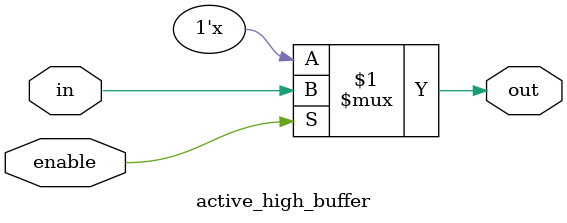
<source format=v>
`timescale 1ns / 1ps


module active_high_buffer(in, out, enable);
    input in, enable;
    output  out;
 
    assign out = enable ? in : 1'bz;
/*    always @(**//*in or enable*//*)
    begin
        if(enable)
            out = in;
        else
            out = 1'bz;
    end  */   
endmodule
   


</source>
